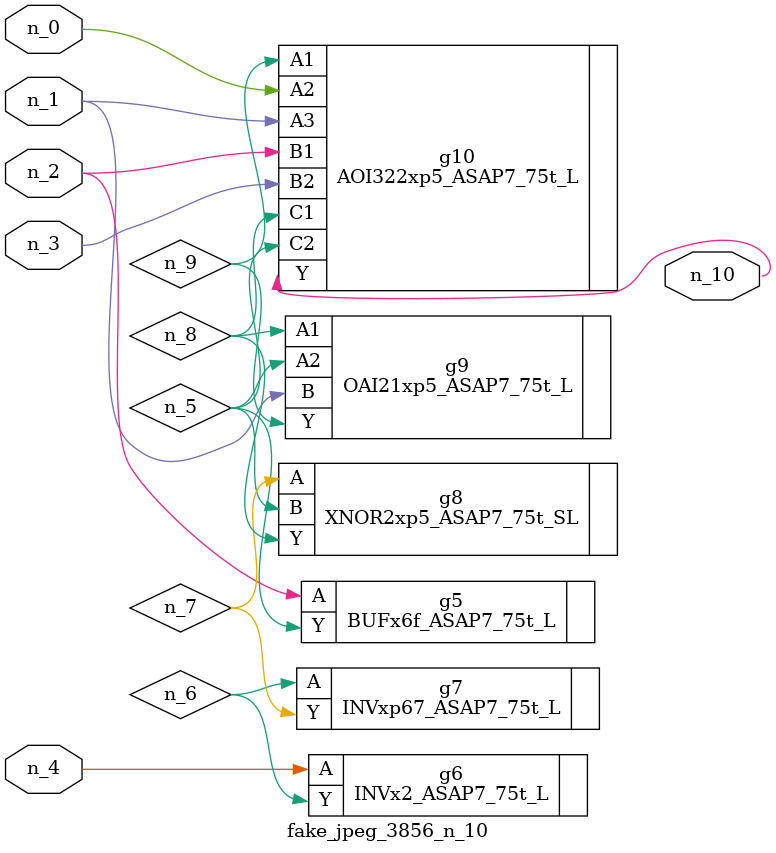
<source format=v>
module fake_jpeg_3856_n_10 (n_3, n_2, n_1, n_0, n_4, n_10);

input n_3;
input n_2;
input n_1;
input n_0;
input n_4;

output n_10;

wire n_8;
wire n_9;
wire n_6;
wire n_5;
wire n_7;

BUFx6f_ASAP7_75t_L g5 ( 
.A(n_2),
.Y(n_5)
);

INVx2_ASAP7_75t_L g6 ( 
.A(n_4),
.Y(n_6)
);

INVxp67_ASAP7_75t_L g7 ( 
.A(n_6),
.Y(n_7)
);

XNOR2xp5_ASAP7_75t_SL g8 ( 
.A(n_7),
.B(n_5),
.Y(n_8)
);

OAI21xp5_ASAP7_75t_L g9 ( 
.A1(n_8),
.A2(n_5),
.B(n_1),
.Y(n_9)
);

AOI322xp5_ASAP7_75t_L g10 ( 
.A1(n_9),
.A2(n_0),
.A3(n_1),
.B1(n_2),
.B2(n_3),
.C1(n_8),
.C2(n_5),
.Y(n_10)
);


endmodule
</source>
